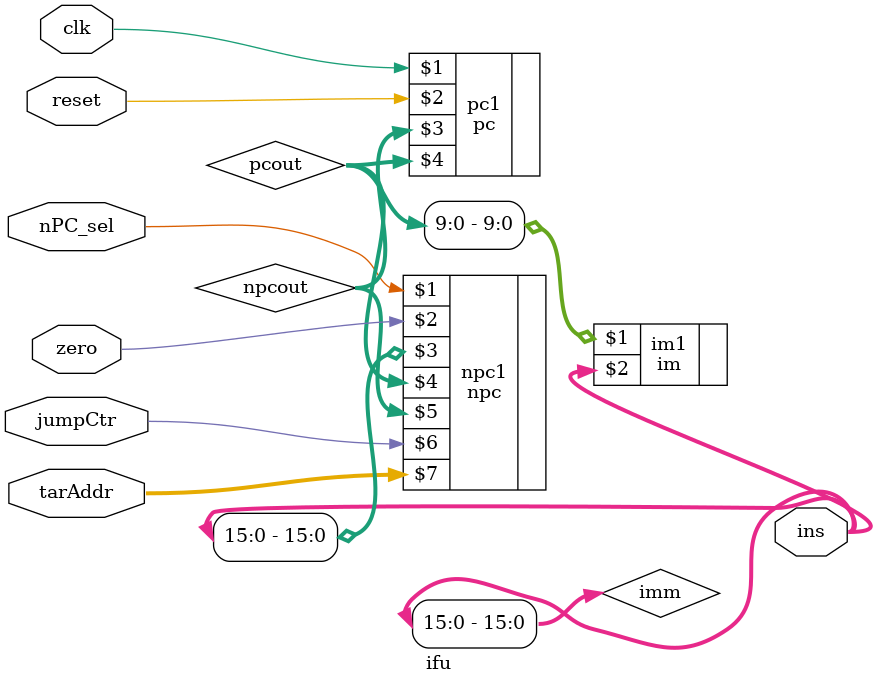
<source format=v>
module ifu(clk, reset, nPC_sel, zero, ins, jumpCtr, tarAddr);

  input clk, reset, nPC_sel, zero, jumpCtr;
  input [25:0] tarAddr;
  output [31:0] ins;

  wire [15:0] imm;
  wire [29:0] npcout, pcout;

  assign imm = ins[15:0];

  pc pc1(clk, reset, npcout, pcout);
  im im1(pcout[9:0], ins);
  npc npc1(nPC_sel, zero, imm, pcout, npcout, jumpCtr, tarAddr);

endmodule

</source>
